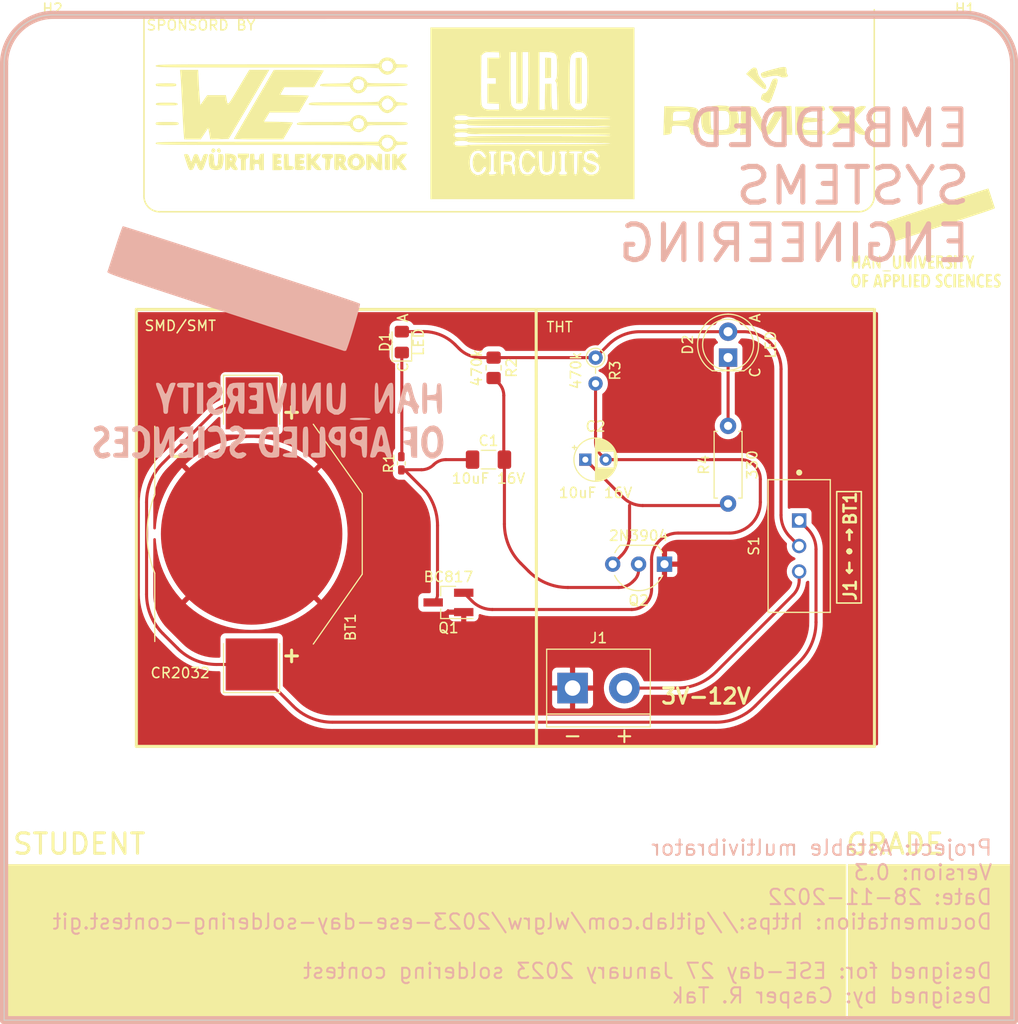
<source format=kicad_pcb>
(kicad_pcb (version 20211014) (generator pcbnew)
  (title_block (title "Soldering contest PCB HAN") (date "2022-11-28") (rev "V0.3") (company "HAN") (comment 1 "Designed by: Casper R. Tak"))
  (layers (0 "F.Cu" signal) (31 "B.Cu" signal) (34 "B.Paste" user) (35 "F.Paste" user) (36 "B.SilkS" user "B.Silkscreen") (37 "F.SilkS" user "F.Silkscreen") (38 "B.Mask" user) (39 "F.Mask" user) (44 "Edge.Cuts" user))
  (net 0 "")
  (net 1 "Net-(C1-Pad1)")
  (net 2 "Net-(C1-Pad2)")
  (net 3 "Net-(C2-Pad1)")
  (net 4 "Net-(C2-Pad2)")
  (net 5 "Net-(BT1-Pad1)")
  (net 6 "GND")
  (net 7 "Net-(J1-Pad2)")
  (net 8 "Net-(D1-Pad1)")
  (net 9 "Net-(D1-Pad2)")
  (net 10 "Net-(D2-Pad1)")
  (footprint "Resistor_SMD:R_0805_2012Metric_Pad1.20x1.40mm_HandSolder" (layer "F.Cu") (at 159.2575 85.91 -90)
    (fp_text reference "R2" (at 0 -1.762 90) (layer "F.SilkS"))
    (fp_text value "470k" (at 0 1.65 90) (layer "F.SilkS"))
    (pad "1" smd roundrect (at -1 0 270) (size 1.2 1.4) (layers "F.Cu" "F.Paste" "F.Mask") (roundrect_rratio 0.208333) (net 9 "Net-(D1-Pad2)"))
    (pad "2" smd roundrect (at 1 0 270) (size 1.2 1.4) (layers "F.Cu" "F.Paste" "F.Mask") (roundrect_rratio 0.208333) (net 2 "Net-(C1-Pad2)"))
  )
  (footprint "LOGO" (layer "F.Cu") (at 138.43 60.96)
    (fp_text reference "G***" hide)
    (fp_text value "LOGO" hide)
  )
  (footprint "LED_THT:LED_D5.0mm_Clear" (layer "F.Cu") (at 182.2575 84.91 90)
    (fp_text reference "D2" (at 1.27 -3.96 90) (layer "F.SilkS"))
    (fp_text value "LED" (at 1.27 4.1785 90) (layer "F.SilkS"))
    (pad "1" thru_hole rect (at 0 0 90) (size 1.8 1.8) (drill 0.9) (layers *.Cu *.Mask) (net 10 "Net-(D2-Pad1)"))
    (pad "2" thru_hole circle (at 2.54 0 90) (size 1.8 1.8) (drill 0.9) (layers *.Cu *.Mask) (net 9 "Net-(D1-Pad2)"))
  )
  (footprint "Capacitor_SMD:C_1206_3216Metric_Pad1.33x1.80mm_HandSolder" (layer "F.Cu") (at 158.7575 94.91)
    (fp_text reference "C1" (at 0 -1.85) (layer "F.SilkS"))
    (fp_text value "10uF 16V" (at 0 1.85) (layer "F.SilkS"))
    (pad "1" smd roundrect (at -1.5625 0) (size 1.325 1.8) (layers "F.Cu" "F.Paste" "F.Mask") (roundrect_rratio 0.188679) (net 1 "Net-(C1-Pad1)"))
    (pad "2" smd roundrect (at 1.5625 0) (size 1.325 1.8) (layers "F.Cu" "F.Paste" "F.Mask") (roundrect_rratio 0.188679) (net 2 "Net-(C1-Pad2)"))
  )
  (footprint "SnapEDA Library:SW_1825159-1" (layer "F.Cu") (at 189.23 103.378 -90)
    (fp_text reference "S1" (at 0 4.445 90) (layer "F.SilkS") (effects (font (size 1.000685 1.000685))))
    (fp_text value "SWITCH-SPDT-PTH-11.6X4.0MM-KIT")
    (pad "1" thru_hole rect locked (at -2.5 0 270) (size 1.408 1.408) (drill 0.9) (layers *.Cu *.Mask) (net 5 "Net-(BT1-Pad1)"))
    (pad "2" thru_hole circle locked (at 0 0 270) (size 1.408 1.408) (drill 0.9) (layers *.Cu *.Mask) (net 9 "Net-(D1-Pad2)"))
    (pad "3" thru_hole circle locked (at 2.5 0 270) (size 1.408 1.408) (drill 0.9) (layers *.Cu *.Mask) (net 7 "Net-(J1-Pad2)"))
  )
  (footprint "Battery:BatteryHolder_Keystone_3002_1x2032" (layer "F.Cu") (at 135.5255 102.19 90)
    (fp_text reference "BT1" (at -9.15 9.7 90) (layer "F.SilkS"))
    (fp_text value "Battery_Cell")
    (pad "1" smd rect (at -12.8 0 90) (size 5.1 5.1) (layers "F.Cu" "F.Paste" "F.Mask") (net 5 "Net-(BT1-Pad1)"))
    (pad "1" smd rect (at 12.8 0 90) (size 5.1 5.1) (layers "F.Cu" "F.Paste" "F.Mask") (net 5 "Net-(BT1-Pad1)"))
    (pad "2" smd circle (at 0 0 90) (size 17.8 17.8) (layers "F.Cu" "F.Mask") (net 6 "GND"))
  )
  (footprint "LED_SMD:LED_0805_2012Metric_Pad1.15x1.40mm_HandSolder" (layer "F.Cu") (at 150.2575 83.385 90)
    (fp_text reference "D1" (at 0 -1.65 90) (layer "F.SilkS"))
    (fp_text value "LED" (at 0 1.65 90) (layer "F.SilkS"))
    (pad "1" smd roundrect (at -1.025 0 90) (size 1.15 1.4) (layers "F.Cu" "F.Paste" "F.Mask") (roundrect_rratio 0.217391) (net 8 "Net-(D1-Pad1)"))
    (pad "2" smd roundrect (at 1.025 0 90) (size 1.15 1.4) (layers "F.Cu" "F.Paste" "F.Mask") (roundrect_rratio 0.217391) (net 9 "Net-(D1-Pad2)"))
  )
  (footprint "Resistor_SMD:R_0402_1005Metric" (layer "F.Cu") (at 150.2575 95.2725 90)
    (fp_text reference "R1" (at 0 -1.25 90) (layer "F.SilkS"))
    (fp_text value "330")
    (pad "1" smd roundrect (at -0.65 -0.05 90) (size 0.9 0.64) (layers "F.Cu" "F.Paste" "F.Mask") (net 1 "Net-(C1-Pad1)"))
    (pad "2" smd roundrect (at 0.65 -0.05 90) (size 0.9 0.64) (layers "F.Cu" "F.Paste" "F.Mask") (net 8 "Net-(D1-Pad1)"))
  )
  (footprint "Resistor_THT:R_Axial_DIN0207_L6.3mm_D2.5mm_P7.62mm_Horizontal" (layer "F.Cu") (at 182.2575 99.22 90)
    (fp_text reference "R4" (at 3.81 -2.37 90) (layer "F.SilkS"))
    (fp_text value "330" (at 3.81 2.37 90) (layer "F.SilkS"))
    (pad "1" thru_hole circle (at 0 0 90) (size 1.6 1.6) (drill 0.8) (layers *.Cu *.Mask) (net 3 "Net-(C2-Pad1)"))
    (pad "2" thru_hole oval (at 7.62 0 90) (size 1.6 1.6) (drill 0.8) (layers *.Cu *.Mask) (net 10 "Net-(D2-Pad1)"))
  )
  (footprint "LOGO" (layer "F.Cu") (at 201.676 73.152)
    (fp_text reference "G***" hide)
    (fp_text value "LOGO" hide)
  )
  (footprint "MountingHole:MountingHole_4.3mm_M4" (layer "F.Cu") (at 205.5 56)
    (fp_text reference "H1" (at 0 -5.3) (layer "F.SilkS"))
    (fp_text value "MountingHole")
    (pad "" np_thru_hole circle (at 0 0) (size 4.3 4.3) (drill 4.3) (layers *.Cu *.Mask))
  )
  (footprint "LOGO" (layer "F.Cu") (at 185.928 59.69)
    (fp_text reference "G***" hide)
    (fp_text value "LOGO" hide)
  )
  (footprint "Resistor_THT:R_Axial_DIN0204_L3.6mm_D1.6mm_P2.54mm_Vertical" (layer "F.Cu") (at 169.2575 84.91 -90)
    (fp_text reference "R3" (at 1.27 -1.92 90) (layer "F.SilkS"))
    (fp_text value "470k" (at 1.27 1.92 90) (layer "F.SilkS"))
    (pad "1" thru_hole circle (at 0 0 270) (size 1.4 1.4) (drill 0.7) (layers *.Cu *.Mask) (net 9 "Net-(D1-Pad2)"))
    (pad "2" thru_hole oval (at 2.54 0 270) (size 1.4 1.4) (drill 0.7) (layers *.Cu *.Mask) (net 4 "Net-(C2-Pad2)"))
  )
  (footprint "TerminalBlock:TerminalBlock_bornier-2_P5.08mm" (layer "F.Cu") (at 167.005 117.303)
    (fp_text reference "J1" (at 2.54 -4.908) (layer "F.SilkS"))
    (fp_text value "Screw_Terminal_01x02")
    (pad "1" thru_hole rect (at 0 0) (size 3 3) (drill 1.52) (layers *.Cu *.Mask) (net 6 "GND"))
    (pad "2" thru_hole circle (at 5.08 0) (size 3 3) (drill 1.52) (layers *.Cu *.Mask) (net 7 "Net-(J1-Pad2)"))
  )
  (footprint "Capacitor_THT:CP_Radial_D4.0mm_P2.00mm" (layer "F.Cu") (at 168.2575 94.91)
    (fp_text reference "C2" (at 1 -3.25) (layer "F.SilkS"))
    (fp_text value "10uF 16V" (at 1 3.25) (layer "F.SilkS"))
    (pad "1" thru_hole rect (at 0 0) (size 1.2 1.2) (drill 0.6) (layers *.Cu *.Mask) (net 3 "Net-(C2-Pad1)"))
    (pad "2" thru_hole circle (at 2 0) (size 1.2 1.2) (drill 0.6) (layers *.Cu *.Mask) (net 4 "Net-(C2-Pad2)"))
  )
  (footprint "Package_TO_SOT_SMD:SOT-23_Handsoldering" (layer "F.Cu") (at 154.8295 108.91 180)
    (fp_text reference "Q1" (at 0 -2.5) (layer "F.SilkS"))
    (fp_text value "BC817" (at 0 2.5) (layer "F.SilkS"))
    (pad "1" smd rect (at -1.5 -0.95 180) (size 1.9 0.8) (layers "F.Cu" "F.Paste" "F.Mask") (net 6 "GND"))
    (pad "2" smd rect (at -1.5 0.95 180) (size 1.9 0.8) (layers "F.Cu" "F.Paste" "F.Mask") (net 4 "Net-(C2-Pad2)"))
    (pad "3" smd rect (at 1.5 0 180) (size 1.9 0.8) (layers "F.Cu" "F.Paste" "F.Mask") (net 1 "Net-(C1-Pad1)"))
  )
  (footprint "MountingHole:MountingHole_4.3mm_M4" (layer "F.Cu") (at 116 56)
    (fp_text reference "H2" (at 0 -5.3) (layer "F.SilkS"))
    (fp_text value "MountingHole")
    (pad "" np_thru_hole circle (at 0 0) (size 4.3 4.3) (drill 4.3) (layers *.Cu *.Mask))
  )
  (footprint "Package_TO_SOT_THT:TO-92_Inline_Wide" (layer "F.Cu") (at 176.022 105.156 180)
    (fp_text reference "Q2" (at 2.54 -3.56 180) (layer "F.SilkS"))
    (fp_text value "2N3904" (at 2.54 2.79 180) (layer "F.SilkS"))
    (pad "1" thru_hole rect (at 0 0 180) (size 1.5 1.5) (drill 0.8) (layers *.Cu *.Mask) (net 6 "GND"))
    (pad "2" thru_hole circle (at 2.54 0 180) (size 1.5 1.5) (drill 0.8) (layers *.Cu *.Mask) (net 2 "Net-(C1-Pad2)"))
    (pad "3" thru_hole circle (at 5.08 0 180) (size 1.5 1.5) (drill 0.8) (layers *.Cu *.Mask) (net 3 "Net-(C2-Pad1)"))
  )
  (footprint "LOGO" (layer "F.Cu") (at 163.068 60.96)
    (fp_text reference "G***" hide)
    (fp_text value "LOGO" hide)
  )
  (footprint "LOGO" (layer "B.Cu") (at 137.16 83.312 180)
    (fp_text reference "G***" hide)
    (fp_text value "LOGO" hide)
  )
  (gr_line (start 210.312 149.86) (end 111.252 149.86) (layer "B.SilkS") (width 0.15))
  (gr_line (start 210.305321 149.86) (end 111.245321 149.86) (layer "B.SilkS") (width 0.8))
  (gr_arc (start 205.479321 51.301321) (mid 208.896541 52.71678) (end 210.312 56.134) (layer "B.SilkS") (width 0.8))
  (gr_line (start 210.312 56.134) (end 210.305321 149.86) (layer "B.SilkS") (width 0.8))
  (gr_line (start 111.245321 149.86) (end 111.245321 56.134) (layer "B.SilkS") (width 0.8))
  (gr_line (start 116.071321 51.308) (end 205.479321 51.301321) (layer "B.SilkS") (width 0.8))
  (gr_arc (start 111.245321 56.134) (mid 112.658824 52.721503) (end 116.071321 51.308) (layer "B.SilkS") (width 0.8))
  (gr_line (start 195.326 98.044) (end 195.326 108.966) (layer "F.SilkS") (width 0.15))
  (gr_line (start 195.072 70.612) (end 126.492 70.612) (layer "F.SilkS") (width 0.15))
  (gr_arc (start 196.596 69.088) (mid 196.149631 70.165631) (end 195.072 70.612) (layer "F.SilkS") (width 0.15))
  (gr_poly (pts (xy 210.312 149.86) (xy 194.056 149.86) (xy 194.056 134.62) (xy 210.312 134.62)) (layer "F.SilkS") (width 0.1) (fill solid))
  (gr_line (start 163.4325 80.1878) (end 163.4655 123.0122) (layer "F.SilkS") (width 0.3))
  (gr_line (start 124.2225 123.018) (end 124.2225 80.182) (layer "F.SilkS") (width 0.3))
  (gr_poly (pts (xy 193.802 149.86) (xy 111.252 149.86) (xy 111.252 134.62) (xy 193.802 134.62)) (layer "F.SilkS") (width 0.1) (fill solid))
  (gr_line (start 196.6125 123.018) (end 124.2225 123.018) (layer "F.SilkS") (width 0.3))
  (gr_line (start 124.2225 80.182) (end 196.6125 80.182) (layer "F.SilkS") (width 0.3))
  (gr_line (start 192.913 108.966) (end 192.913 98.044) (layer "F.SilkS") (width 0.15))
  (gr_line (start 196.596 50.8) (end 196.596 69.088) (layer "F.SilkS") (width 0.15))
  (gr_arc (start 126.492 70.612) (mid 125.414369 70.165631) (end 124.968 69.088) (layer "F.SilkS") (width 0.15))
  (gr_line (start 195.326 108.966) (end 192.913 108.966) (layer "F.SilkS") (width 0.15))
  (gr_line (start 124.968 69.088) (end 124.968 51.308) (layer "F.SilkS") (width 0.15))
  (gr_line (start 192.913 98.044) (end 195.326 98.044) (layer "F.SilkS") (width 0.15))
  (gr_line (start 196.6125 80.182) (end 196.6125 123.018) (layer "F.SilkS") (width 0.3))
  (gr_line (start 111.252 149.86) (end 111.252 56.134) (layer "Edge.Cuts") (width 0.1))
  (gr_line (start 210.312 149.86) (end 111.252 149.86) (layer "Edge.Cuts") (width 0.1))
  (gr_line (start 116.078 51.308) (end 205.486 51.301321) (layer "Edge.Cuts") (width 0.1))
  (gr_arc (start 111.252 56.134) (mid 112.665503 52.721503) (end 116.078 51.308) (layer "Edge.Cuts") (width 0.1))
  (gr_arc (start 205.486 51.301321) (mid 208.90322 52.71678) (end 210.318679 56.134) (layer "Edge.Cuts") (width 0.1))
  (gr_line (start 210.318679 56.134) (end 210.312 149.86) (layer "Edge.Cuts") (width 0.1))
  (gr_text "EMBEDDED \nSYSTEMS \nENGINEERING" (at 206.248 68.072) (layer "B.SilkS") (effects (font (size 3.5 3.5) (thickness 0.5)) (justify left mirror)))
  (gr_text "Project: Astable multivibrator\nVersion: 0.3\nDate: 28-11-2022\nDocumentation: https://gitlab.com/wlgrw/2023-ese-day-soldering-contest.git\n\nDesigned for: ESE-day 27 January 2023 soldering contest\nDesigned by: Casper R. Tak" (at 208.28 140.208) (layer "B.SilkS") (effects (font (size 1.5 1.5) (thickness 0.2)) (justify left mirror)))
  (gr_text "SPONSORD BY" (at 130.556 52.324) (layer "F.SilkS") (effects (font (size 1 1))))
  (gr_text "CR2032" (at 128.524 115.824) (layer "F.SilkS") (effects (font (size 1 1))))
  (gr_text "C" (at 184.912 86.36 90) (layer "F.SilkS") (effects (font (size 1 1))))
  (gr_text "-\n" (at 128.524 94.488) (layer "F.SilkS") (effects (font (size 1.5 1.5) (thickness 0.3))))
  (gr_text "BT1\n" (at 194.2338 99.695 90) (layer "F.SilkS") (effects (font (size 1.2 1.2) (thickness 0.25))))
  (gr_text " ←•→" (at 194.056 104.394 90) (layer "F.SilkS") (effects (font (size 1.3 1.3) (thickness 0.25))))
  (gr_text "3V-12V" (at 180.086 118.11) (layer "F.SilkS") (effects (font (size 1.5 1.5) (thickness 0.3))))
  (gr_text "-" (at 167.005 121.92) (layer "F.SilkS") (effects (font (size 1.5 1.5) (thickness 0.2))))
  (gr_text "THT\n" (at 165.735 81.915) (layer "F.SilkS") (effects (font (size 1 1))))
  (gr_text "GRADE\n" (at 198.628 132.588) (layer "F.SilkS") (effects (font (size 2 2) (thickness 0.3))))
  (gr_text "J1\n" (at 194.2338 107.696 90) (layer "F.SilkS") (effects (font (size 1.2 1.2) (thickness 0.25))))
  (gr_text "+\n" (at 172.085 121.92) (layer "F.SilkS") (effects (font (size 1.5 1.5) (thickness 0.2))))
  (gr_text "C" (at 150.368 85.852 90) (layer "F.SilkS") (effects (font (size 1 1))))
  (gr_text "SMD/SMT\n" (at 128.524 81.788) (layer "F.SilkS") (effects (font (size 1 1))))
  (gr_text "STUDENT" (at 118.618 132.588) (layer "F.SilkS") (effects (font (size 2 2) (thickness 0.3))))
  (gr_text "A\n" (at 184.912 81.026 90) (layer "F.SilkS") (effects (font (size 1 1))))
  (gr_text "+" (at 139.446 90.17) (layer "F.SilkS") (effects (font (size 1.5 1.5) (thickness 0.3))))
  (gr_text "A\n" (at 150.368 81.026 90) (layer "F.SilkS") (effects (font (size 1 1))))
  (gr_text "+" (at 139.446 114.046) (layer "F.SilkS") (effects (font (size 1.5 1.5) (thickness 0.3))))
  (segment (start 150.350457 95.9005) (end 150.2075 95.9005) (width 0.3) (layer "F.Cu") (net 1))
  (segment (start 153.5435 108.696) (end 153.3295 108.91) (width 0.3) (layer "F.Cu") (net 1))
  (segment (start 152.630407 98.037492) (end 150.594501 96.001586) (width 0.3) (layer "F.Cu") (net 1))
  (segment (start 154.577092 94.91) (end 157.195 94.91) (width 0.3) (layer "F.Cu") (net 1))
  (segment (start 153.7575 101.363963) (end 153.7575 108.179358) (width 0.3) (layer "F.Cu") (net 1))
  (segment (start 152.187021 95.9) (end 150.407 95.9) (width 0.3) (layer "F.Cu") (net 1))
  (arc (start 153.7575 108.179358) (mid 153.701883 108.458962) (end 153.5435 108.696) (width 0.3) (layer "F.Cu") (net 1))
  (arc (start 150.594501 96.001586) (mid 150.482532 95.926771) (end 150.350457 95.9005) (width 0.3) (layer "F.Cu") (net 1))
  (arc (start 153.382057 95.405) (mid 152.833769 95.771353) (end 152.187021 95.9) (width 0.3) (layer "F.Cu") (net 1))
  (arc (start 154.577092 94.91) (mid 153.930343 95.038646) (end 153.382057 95.405) (width 0.3) (layer "F.Cu") (net 1))
  (arc (start 152.630407 98.037492) (mid 153.466337 99.608434) (end 153.7575 101.363963) (width 0.3) (layer "F.Cu") (net 1))
  (segment (start 162.695707 105.848207) (end 161.913792 105.066292) (width 0.3) (layer "F.Cu") (net 2))
  (segment (start 172.910499 106.870499) (end 173.077888 106.703111) (width 0.3) (layer "F.Cu") (net 2))
  (segment (start 159.7575 87.41) (end 159.2575 86.91) (width 0.3) (layer "F.Cu") (net 2))
  (segment (start 166.543463 107.442) (end 171.530776 107.442) (width 0.3) (layer "F.Cu") (net 2))
  (segment (start 160.2575 88.617106) (end 160.2575 94.803305) (width 0.3) (layer "F.Cu") (net 2))
  (segment (start 173.482 105.7275) (end 173.482 105.156) (width 0.3) (layer "F.Cu") (net 2))
  (segment (start 160.32 101.218536) (end 160.32 94.954194) (width 0.3) (layer "F.Cu") (net 2))
  (arc (start 162.695707 105.848207) (mid 164.461072 107.027786) (end 166.543463 107.442) (width 0.3) (layer "F.Cu") (net 2))
  (arc (start 159.7575 87.41) (mid 160.127554 87.963825) (end 160.2575 88.617106) (width 0.3) (layer "F.Cu") (net 2))
  (arc (start 172.910499 106.870499) (mid 172.277477 107.293471) (end 171.530776 107.442) (width 0.3) (layer "F.Cu") (net 2))
  (arc (start 160.32 101.218536) (mid 160.734213 103.300926) (end 161.913792 105.066292) (width 0.3) (layer "F.Cu") (net 2))
  (arc (start 173.077888 106.703111) (mid 173.376974 106.255497) (end 173.482 105.7275) (width 0.3) (layer "F.Cu") (net 2))
  (arc (start 160.28875 94.87875) (mid 160.265621 94.844135) (end 160.2575 94.803305) (width 0.3) (layer "F.Cu") (net 2))
  (arc (start 160.28875 94.87875) (mid 160.311878 94.913364) (end 160.32 94.954194) (width 0.3) (layer "F.Cu") (net 2))
  (segment (start 171.9675 98.62) (end 171.1775 97.83) (width 0.3) (layer "F.Cu") (net 3))
  (segment (start 169.5975 96.25) (end 168.2575 94.91) (width 0.3) (layer "F.Cu") (net 3))
  (segment (start 171.803 104.295) (end 171.013 105.085) (width 0.3) (layer "F.Cu") (net 3))
  (segment (start 182.1625 99.315) (end 182.2575 99.22) (width 0.3) (layer "F.Cu") (net 3))
  (segment (start 181.933149 99.41) (end 173.874728 99.41) (width 0.3) (layer "F.Cu") (net 3))
  (segment (start 172.593 102.387771) (end 172.593 99.387) (width 0.3) (layer "F.Cu") (net 3))
  (segment (start 169.5975 96.25) (end 171.1775 97.83) (width 0.3) (layer "F.Cu") (net 3))
  (arc (start 171.803 104.295) (mid 172.387685 103.419955) (end 172.593 102.387771) (width 0.3) (layer "F.Cu") (net 3))
  (arc (start 182.1625 99.315) (mid 182.057273 99.38531) (end 181.933149 99.41) (width 0.3) (layer "F.Cu") (net 3))
  (arc (start 171.9675 98.62) (mid 172.842543 99.204685) (end 173.874728 99.41) (width 0.3) (layer "F.Cu") (net 3))
  (segment (start 185.42 99.072764) (end 185.42 96.839884) (width 0.3) (layer "F.Cu") (net 4))
  (segment (start 174.752 107.649776) (end 174.752 104.70963) (width 0.3) (layer "F.Cu") (net 4))
  (segment (start 169.2575 93.202893) (end 169.2575 87.45) (width 0.3) (layer "F.Cu") (net 4))
  (segment (start 177.35363 102.108) (end 182.384764 102.108) (width 0.3) (layer "F.Cu") (net 4))
  (segment (start 157.15 108.7805) (end 156.3295 107.96) (width 0.3) (layer "F.Cu") (net 4))
  (segment (start 183.490115 94.91) (end 170.964606 94.91) (width 0.3) (layer "F.Cu") (net 4))
  (segment (start 172.800776 109.601) (end 159.130862 109.601) (width 0.3) (layer "F.Cu") (net 4))
  (arc (start 184.531 101.219) (mid 183.546298 101.876956) (end 182.384764 102.108) (width 0.3) (layer "F.Cu") (net 4))
  (arc (start 169.7575 94.41) (mid 169.387445 93.856174) (end 169.2575 93.202893) (width 0.3) (layer "F.Cu") (net 4))
  (arc (start 177.35363 102.108) (mid 176.358029 102.306037) (end 175.514 102.87) (width 0.3) (layer "F.Cu") (net 4))
  (arc (start 185.42 99.072764) (mid 185.188956 100.234298) (end 184.531 101.219) (width 0.3) (layer "F.Cu") (net 4))
  (arc (start 174.1805 109.0295) (mid 173.547477 109.452471) (end 172.800776 109.601) (width 0.3) (layer "F.Cu") (net 4))
  (arc (start 174.1805 109.0295) (mid 174.603471 108.396477) (end 174.752 107.649776) (width 0.3) (layer "F.Cu") (net 4))
  (arc (start 175.514 102.87) (mid 174.950037 103.714029) (end 174.752 104.70963) (width 0.3) (layer "F.Cu") (net 4))
  (arc (start 157.15 108.7805) (mid 158.058827 109.387758) (end 159.130862 109.601) (width 0.3) (layer "F.Cu") (net 4))
  (arc (start 170.964606 94.91) (mid 170.311325 94.780054) (end 169.7575 94.41) (width 0.3) (layer "F.Cu") (net 4))
  (arc (start 184.85475 95.47525) (mid 185.273096 96.101349) (end 185.42 96.839884) (width 0.3) (layer "F.Cu") (net 4))
  (arc (start 183.490115 94.91) (mid 184.22865 95.056903) (end 184.85475 95.47525) (width 0.3) (layer "F.Cu") (net 4))
  (segment (start 125.222 99.097463) (end 125.222 108.109036) (width 0.3) (layer "F.Cu") (net 5))
  (segment (start 126.815792 111.956792) (end 128.255207 113.396207) (width 0.3) (layer "F.Cu") (net 5))
  (segment (start 135.5255 114.99) (end 139.591707 119.056207) (width 0.3) (layer "F.Cu") (net 5))
  (segment (start 190.0555 101.7035) (end 189.23 100.878) (width 0.3) (layer "F.Cu") (net 5))
  (segment (start 131.667872 90.397627) (end 126.815792 95.249707) (width 0.3) (layer "F.Cu") (net 5))
  (segment (start 181.074142 120.65) (end 143.439463 120.65) (width 0.3) (layer "F.Cu") (net 5))
  (segment (start 184.921898 119.056207) (end 189.287207 114.690898) (width 0.3) (layer "F.Cu") (net 5))
  (segment (start 134.1005 89.39) (end 135.5255 89.39) (width 0.3) (layer "F.Cu") (net 5))
  (segment (start 190.881 110.843142) (end 190.881 103.696433) (width 0.3) (layer "F.Cu") (net 5))
  (segment (start 135.5255 114.99) (end 132.102963 114.99) (width 0.3) (layer "F.Cu") (net 5))
  (arc (start 190.881 103.696433) (mid 190.666459 102.617865) (end 190.0555 101.7035) (width 0.3) (layer "F.Cu") (net 5))
  (arc (start 128.255207 113.396207) (mid 130.020572 114.575786) (end 132.102963 114.99) (width 0.3) (layer "F.Cu") (net 5))
  (arc (start 181.074142 120.65) (mid 183.156532 120.235786) (end 184.921898 119.056207) (width 0.3) (layer "F.Cu") (net 5))
  (arc (start 131.667872 90.397627) (mid 132.783971 89.651873) (end 134.1005 89.39) (width 0.3) (layer "F.Cu") (net 5))
  (arc (start 190.881 110.843142) (mid 190.466786 112.925532) (end 189.287207 114.690898) (width 0.3) (layer "F.Cu") (net 5))
  (arc (start 139.591707 119.056207) (mid 141.357072 120.235786) (end 143.439463 120.65) (width 0.3) (layer "F.Cu") (net 5))
  (arc (start 126.815792 111.956792) (mid 125.636213 110.191426) (end 125.222 108.109036) (width 0.3) (layer "F.Cu") (net 5))
  (arc (start 126.815792 95.249707) (mid 125.636213 97.015072) (end 125.222 99.097463) (width 0.3) (layer "F.Cu") (net 5))
  (segment (start 189.23 106.7235) (end 189.23 105.878) (width 0.3) (layer "F.Cu") (net 7))
  (segment (start 177.242036 117.303) (end 172.085 117.303) (width 0.3) (layer "F.Cu") (net 7))
  (segment (start 188.632141 108.166858) (end 181.089792 115.709207) (width 0.3) (layer "F.Cu") (net 7))
  (arc (start 177.242036 117.303) (mid 179.324426 116.888786) (end 181.089792 115.709207) (width 0.3) (layer "F.Cu") (net 7))
  (arc (start 188.632141 108.166858) (mid 189.074621 107.504639) (end 189.23 106.7235) (width 0.3) (layer "F.Cu") (net 7))
  (segment (start 150.2325 94.6195) (end 150.2075 94.6445) (width 0.3) (layer "F.Cu") (net 8))
  (segment (start 150.2575 94.559144) (end 150.2575 84.41) (width 0.3) (layer "F.Cu") (net 8))
  (arc (start 150.2575 94.559144) (mid 150.251002 94.591808) (end 150.2325 94.6195) (width 0.3) (layer "F.Cu") (net 8))
  (segment (start 169.2575 84.91) (end 159.2575 84.91) (width 0.3) (layer "F.Cu") (net 9))
  (segment (start 169.2575 84.91) (end 170.5275 83.64) (width 0.3) (layer "F.Cu") (net 9))
  (segment (start 182.2575 82.37) (end 173.593551 82.37) (width 0.3) (layer "F.Cu") (net 9))
  (segment (start 187.452 100.342764) (end 187.452 86.034304) (width 0.3) (layer "F.Cu") (net 9))
  (segment (start 159.2575 84.91) (end 158.0075 84.91) (width 0.3) (layer "F.Cu") (net 9))
  (segment (start 188.341 102.489) (end 189.23 103.378) (width 0.3) (layer "F.Cu") (net 9))
  (segment (start 155.873616 84.026116) (end 155.4825 83.635) (width 0.3) (layer "F.Cu") (net 9))
  (segment (start 183.787695 82.37) (end 182.2575 82.37) (width 0.3) (layer "F.Cu") (net 9))
  (segment (start 152.404377 82.36) (end 150.2575 82.36) (width 0.3) (layer "F.Cu") (net 9))
  (arc (start 155.873616 84.026116) (mid 156.85265 84.680286) (end 158.0075 84.91) (width 0.3) (layer "F.Cu") (net 9))
  (arc (start 183.787695 82.37) (mid 185.189963 82.648928) (end 186.37875 83.44325) (width 0.3) (layer "F.Cu") (net 9))
  (arc (start 187.452 86.034304) (mid 187.173071 84.632035) (end 186.37875 83.44325) (width 0.3) (layer "F.Cu") (net 9))
  (arc (start 187.452 100.342764) (mid 187.683043 101.504298) (end 188.341 102.489) (width 0.3) (layer "F.Cu") (net 9))
  (arc (start 152.404377 82.36) (mid 154.070245 82.691361) (end 155.4825 83.635) (width 0.3) (layer "F.Cu") (net 9))
  (arc (start 173.593551 82.37) (mid 171.934216 82.700062) (end 170.5275 83.64) (width 0.3) (layer "F.Cu") (net 9))
  (segment (start 182.2575 91.6) (end 182.2575 84.91) (width 0.3) (layer "F.Cu") (net 10))
  (zone (net 6) (net_name "GND") (layer "F.Cu") (connect_pads (clearance 0.508)) (min_thickness 0.254) (fill yes (thermal_gap 0.508) (thermal_bridge_width 0.508))
    (polygon (pts (xy 196.965704 122.920744) (xy 124.138058 122.969662) (xy 124.099589 80.450527) (xy 196.960687 80.447009)))
  )
)
</source>
